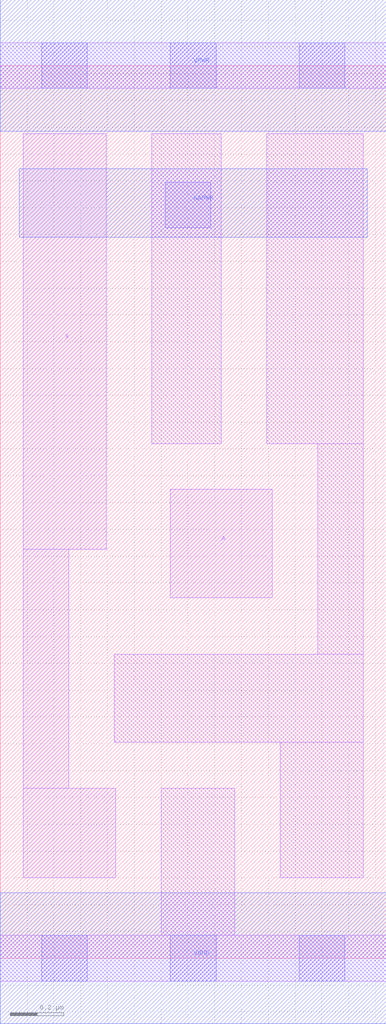
<source format=lef>
# Copyright 2020 The SkyWater PDK Authors
#
# Licensed under the Apache License, Version 2.0 (the "License");
# you may not use this file except in compliance with the License.
# You may obtain a copy of the License at
#
#     https://www.apache.org/licenses/LICENSE-2.0
#
# Unless required by applicable law or agreed to in writing, software
# distributed under the License is distributed on an "AS IS" BASIS,
# WITHOUT WARRANTIES OR CONDITIONS OF ANY KIND, either express or implied.
# See the License for the specific language governing permissions and
# limitations under the License.
#
# SPDX-License-Identifier: Apache-2.0

VERSION 5.7 ;
  NAMESCASESENSITIVE ON ;
  NOWIREEXTENSIONATPIN ON ;
  DIVIDERCHAR "/" ;
  BUSBITCHARS "[]" ;
UNITS
  DATABASE MICRONS 200 ;
END UNITS
MACRO sky130_fd_sc_lp__bufkapwr_1
  CLASS CORE ;
  SOURCE USER ;
  FOREIGN sky130_fd_sc_lp__bufkapwr_1 ;
  ORIGIN  0.000000  0.000000 ;
  SIZE  1.440000 BY  3.330000 ;
  SYMMETRY X Y ;
  SITE unit ;
  PIN A
    ANTENNAGATEAREA  0.252000 ;
    DIRECTION INPUT ;
    USE SIGNAL ;
    PORT
      LAYER li1 ;
        RECT 0.635000 1.345000 1.015000 1.750000 ;
    END
  END A
  PIN X
    ANTENNADIFFAREA  0.445200 ;
    DIRECTION OUTPUT ;
    USE SIGNAL ;
    PORT
      LAYER li1 ;
        RECT 0.085000 0.300000 0.430000 0.635000 ;
        RECT 0.085000 0.635000 0.255000 1.525000 ;
        RECT 0.085000 1.525000 0.395000 3.075000 ;
    END
  END X
  PIN KAPWR
    DIRECTION INOUT ;
    USE POWER ;
    PORT
      LAYER met1 ;
        RECT 0.070000 2.690000 1.370000 2.945000 ;
    END
  END KAPWR
  PIN VGND
    DIRECTION INOUT ;
    USE GROUND ;
    PORT
      LAYER met1 ;
        RECT 0.000000 -0.245000 1.440000 0.245000 ;
    END
  END VGND
  PIN VPWR
    DIRECTION INOUT ;
    USE POWER ;
    PORT
      LAYER met1 ;
        RECT 0.000000 3.085000 1.440000 3.575000 ;
    END
  END VPWR
  OBS
    LAYER li1 ;
      RECT 0.000000 -0.085000 1.440000 0.085000 ;
      RECT 0.000000  3.245000 1.440000 3.415000 ;
      RECT 0.425000  0.805000 1.355000 1.135000 ;
      RECT 0.565000  1.920000 0.825000 3.075000 ;
      RECT 0.600000  0.085000 0.875000 0.635000 ;
      RECT 0.995000  1.920000 1.355000 3.075000 ;
      RECT 1.045000  0.300000 1.355000 0.805000 ;
      RECT 1.185000  1.135000 1.355000 1.920000 ;
    LAYER mcon ;
      RECT 0.155000 -0.085000 0.325000 0.085000 ;
      RECT 0.155000  3.245000 0.325000 3.415000 ;
      RECT 0.615000  2.725000 0.785000 2.895000 ;
      RECT 0.635000 -0.085000 0.805000 0.085000 ;
      RECT 0.635000  3.245000 0.805000 3.415000 ;
      RECT 1.115000 -0.085000 1.285000 0.085000 ;
      RECT 1.115000  3.245000 1.285000 3.415000 ;
  END
END sky130_fd_sc_lp__bufkapwr_1

</source>
